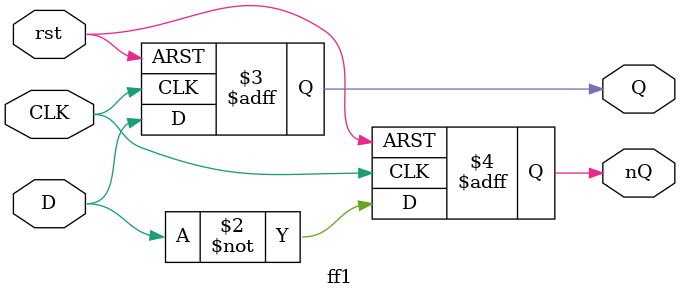
<source format=sv>
`timescale 1ns / 1ps
module ff1(
    input logic D, rst, CLK,
    output logic Q,nQ
    );
    
    always_ff @(posedge CLK, posedge rst) begin
    
        if (rst) begin 
            Q=0;
            nQ=1;
        end else begin
            Q=D;
            nQ=~D;
        end
    
    end
    
    
endmodule

</source>
